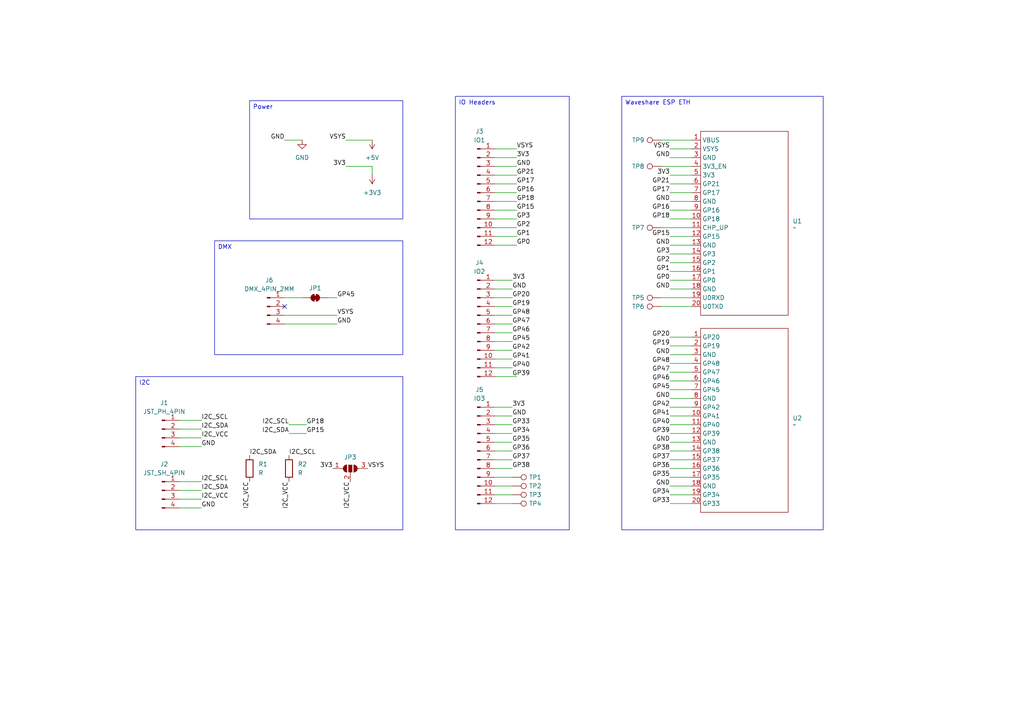
<source format=kicad_sch>
(kicad_sch (version 20231120) (generator "eeschema") (generator_version "8.0")
  (paper "A4")
  (lib_symbols
    (symbol "Connector:Conn_01x04_Pin" (pin_names (offset 1.016) hide)
      (property "Reference" "J" (at 0 5.08 0))
      (property "Value" "Conn_01x04_Pin" (at 0 -7.62 0))
      (symbol "Conn_01x04_Pin_1_1"
        (polyline (pts (xy 1.27 -5.08) (xy 0.8636 -5.08)) (stroke (width 0.1524)))
        (polyline (pts (xy 1.27 -2.54) (xy 0.8636 -2.54)) (stroke (width 0.1524)))
        (polyline (pts (xy 1.27 0) (xy 0.8636 0)) (stroke (width 0.1524)))
        (polyline (pts (xy 1.27 2.54) (xy 0.8636 2.54)) (stroke (width 0.1524)))
        (rectangle (start 0.8636 -4.953) (end 0 -5.207) (stroke (width 0.1524)) (fill (type outline)))
        (rectangle (start 0.8636 -2.413) (end 0 -2.667) (stroke (width 0.1524)) (fill (type outline)))
        (rectangle (start 0.8636 0.127) (end 0 -0.127) (stroke (width 0.1524)) (fill (type outline)))
        (rectangle (start 0.8636 2.667) (end 0 2.413) (stroke (width 0.1524)) (fill (type outline)))
        (pin passive line (at 5.08 2.54 180) (length 3.81) (name "Pin_1") (number "1"))
        (pin passive line (at 5.08 0 180) (length 3.81) (name "Pin_2") (number "2"))
        (pin passive line (at 5.08 -2.54 180) (length 3.81) (name "Pin_3") (number "3"))
        (pin passive line (at 5.08 -5.08 180) (length 3.81) (name "Pin_4") (number "4"))
      )
    )
    (symbol "Connector:Conn_01x12_Pin" (pin_names (offset 1.016) hide)
      (property "Reference" "J" (at 0 15.24 0))
      (property "Value" "Conn_01x12_Pin" (at 0 -17.78 0))
      (symbol "Conn_01x12_Pin_1_1"
        (polyline (pts (xy 1.27 -15.24) (xy 0.8636 -15.24)) (stroke (width 0.1524)))
        (polyline (pts (xy 1.27 -12.7) (xy 0.8636 -12.7)) (stroke (width 0.1524)))
        (polyline (pts (xy 1.27 -10.16) (xy 0.8636 -10.16)) (stroke (width 0.1524)))
        (polyline (pts (xy 1.27 -7.62) (xy 0.8636 -7.62)) (stroke (width 0.1524)))
        (polyline (pts (xy 1.27 -5.08) (xy 0.8636 -5.08)) (stroke (width 0.1524)))
        (polyline (pts (xy 1.27 -2.54) (xy 0.8636 -2.54)) (stroke (width 0.1524)))
        (polyline (pts (xy 1.27 0) (xy 0.8636 0)) (stroke (width 0.1524)))
        (polyline (pts (xy 1.27 2.54) (xy 0.8636 2.54)) (stroke (width 0.1524)))
        (polyline (pts (xy 1.27 5.08) (xy 0.8636 5.08)) (stroke (width 0.1524)))
        (polyline (pts (xy 1.27 7.62) (xy 0.8636 7.62)) (stroke (width 0.1524)))
        (polyline (pts (xy 1.27 10.16) (xy 0.8636 10.16)) (stroke (width 0.1524)))
        (polyline (pts (xy 1.27 12.7) (xy 0.8636 12.7)) (stroke (width 0.1524)))
        (rectangle (start 0.8636 -15.113) (end 0 -15.367) (stroke (width 0.1524)) (fill (type outline)))
        (rectangle (start 0.8636 -12.573) (end 0 -12.827) (stroke (width 0.1524)) (fill (type outline)))
        (rectangle (start 0.8636 -10.033) (end 0 -10.287) (stroke (width 0.1524)) (fill (type outline)))
        (rectangle (start 0.8636 -7.493) (end 0 -7.747) (stroke (width 0.1524)) (fill (type outline)))
        (rectangle (start 0.8636 -4.953) (end 0 -5.207) (stroke (width 0.1524)) (fill (type outline)))
        (rectangle (start 0.8636 -2.413) (end 0 -2.667) (stroke (width 0.1524)) (fill (type outline)))
        (rectangle (start 0.8636 0.127) (end 0 -0.127) (stroke (width 0.1524)) (fill (type outline)))
        (rectangle (start 0.8636 2.667) (end 0 2.413) (stroke (width 0.1524)) (fill (type outline)))
        (rectangle (start 0.8636 5.207) (end 0 4.953) (stroke (width 0.1524)) (fill (type outline)))
        (rectangle (start 0.8636 7.747) (end 0 7.493) (stroke (width 0.1524)) (fill (type outline)))
        (rectangle (start 0.8636 10.287) (end 0 10.033) (stroke (width 0.1524)) (fill (type outline)))
        (rectangle (start 0.8636 12.827) (end 0 12.573) (stroke (width 0.1524)) (fill (type outline)))
        (pin passive line (at 5.08 12.7 180) (length 3.81) (name "Pin_1") (number "1"))
        (pin passive line (at 5.08 -10.16 180) (length 3.81) (name "Pin_10") (number "10"))
        (pin passive line (at 5.08 -12.7 180) (length 3.81) (name "Pin_11") (number "11"))
        (pin passive line (at 5.08 -15.24 180) (length 3.81) (name "Pin_12") (number "12"))
        (pin passive line (at 5.08 10.16 180) (length 3.81) (name "Pin_2") (number "2"))
        (pin passive line (at 5.08 7.62 180) (length 3.81) (name "Pin_3") (number "3"))
        (pin passive line (at 5.08 5.08 180) (length 3.81) (name "Pin_4") (number "4"))
        (pin passive line (at 5.08 2.54 180) (length 3.81) (name "Pin_5") (number "5"))
        (pin passive line (at 5.08 0 180) (length 3.81) (name "Pin_6") (number "6"))
        (pin passive line (at 5.08 -2.54 180) (length 3.81) (name "Pin_7") (number "7"))
        (pin passive line (at 5.08 -5.08 180) (length 3.81) (name "Pin_8") (number "8"))
        (pin passive line (at 5.08 -7.62 180) (length 3.81) (name "Pin_9") (number "9"))
      )
    )
    (symbol "Connector:TestPoint" (pin_numbers hide) (pin_names (offset 0.762) hide)
      (property "Reference" "TP" (at 0 6.858 0))
      (property "Value" "TestPoint" (at 0 5.08 0))
      (symbol "TestPoint_0_1"
        (circle (center 0 3.302) (radius 0.762))
      )
      (symbol "TestPoint_1_1"
        (pin passive line (at 0 0 90) (length 2.54) (name "1") (number "1"))
      )
    )
    (symbol "Device:R" (pin_numbers hide) (pin_names (offset 0))
      (property "Reference" "R" (at 2.032 0 90))
      (property "Value" "R" (at 0 0 90))
      (symbol "R_0_1"
        (rectangle (start -1.016 -2.54) (end 1.016 2.54) (stroke (width 0.254)))
      )
      (symbol "R_1_1"
        (pin passive line (at 0 3.81 270) (length 1.27) (name "~") (number "1"))
        (pin passive line (at 0 -3.81 90) (length 1.27) (name "~") (number "2"))
      )
    )
    (symbol "Jumper:SolderJumper_2_Bridged" (pin_numbers hide) (pin_names (offset 0) hide) (exclude_from_sim yes) (in_bom no)
      (property "Reference" "JP" (at 0 2.032 0))
      (property "Value" "SolderJumper_2_Bridged" (at 0 -2.54 0))
      (symbol "SolderJumper_2_Bridged_0_1"
        (rectangle (start -0.508 0.508) (end 0.508 -0.508) (fill (type outline)))
        (arc (start -0.254 1.016) (mid -1.2656 0) (end -0.254 -1.016))
        (arc (start -0.254 1.016) (mid -1.2656 0) (end -0.254 -1.016) (fill (type outline)))
        (polyline (pts (xy -0.254 1.016) (xy -0.254 -1.016)))
        (polyline (pts (xy 0.254 1.016) (xy 0.254 -1.016)))
        (arc (start 0.254 -1.016) (mid 1.2656 0) (end 0.254 1.016))
        (arc (start 0.254 -1.016) (mid 1.2656 0) (end 0.254 1.016) (fill (type outline)))
      )
      (symbol "SolderJumper_2_Bridged_1_1"
        (pin passive line (at -3.81 0 0) (length 2.54) (name "A") (number "1"))
        (pin passive line (at 3.81 0 180) (length 2.54) (name "B") (number "2"))
      )
    )
    (symbol "Jumper:SolderJumper_3_Open" (pin_names (offset 0) hide) (exclude_from_sim yes) (in_bom no)
      (property "Reference" "JP" (at -2.54 -2.54 0))
      (property "Value" "SolderJumper_3_Open" (at 0 2.794 0))
      (symbol "SolderJumper_3_Open_0_1"
        (arc (start -1.016 1.016) (mid -2.0276 0) (end -1.016 -1.016))
        (arc (start -1.016 1.016) (mid -2.0276 0) (end -1.016 -1.016) (fill (type outline)))
        (rectangle (start -0.508 1.016) (end 0.508 -1.016) (fill (type outline)))
        (polyline (pts (xy -2.54 0) (xy -2.032 0)))
        (polyline (pts (xy -1.016 1.016) (xy -1.016 -1.016)))
        (polyline (pts (xy 0 -1.27) (xy 0 -1.016)))
        (polyline (pts (xy 1.016 1.016) (xy 1.016 -1.016)))
        (polyline (pts (xy 2.54 0) (xy 2.032 0)))
        (arc (start 1.016 -1.016) (mid 2.0276 0) (end 1.016 1.016))
        (arc (start 1.016 -1.016) (mid 2.0276 0) (end 1.016 1.016) (fill (type outline)))
      )
      (symbol "SolderJumper_3_Open_1_1"
        (pin passive line (at -5.08 0 0) (length 2.54) (name "A") (number "1"))
        (pin passive line (at 0 -3.81 90) (length 2.54) (name "C") (number "2"))
        (pin passive line (at 5.08 0 180) (length 2.54) (name "B") (number "3"))
      )
    )
    (symbol "Waveshare:ESP-S3-ETH-H1"
      (property "Reference" "U" (at -17.78 0 0))
      (symbol "ESP-S3-ETH-H1_0_0"
        (pin unspecified line (at -17.78 0 0) (length 2.54) (name "VBUS") (number "1"))
        (pin unspecified line (at -17.78 -22.86 0) (length 2.54) (name "GP18") (number "10"))
        (pin unspecified line (at -17.78 -25.4 0) (length 2.54) (name "CHP_UP") (number "11"))
        (pin unspecified line (at -17.78 -27.94 0) (length 2.54) (name "GP15") (number "12"))
        (pin unspecified line (at -17.78 -30.48 0) (length 2.54) (name "GND") (number "13"))
        (pin unspecified line (at -17.78 -33.02 0) (length 2.54) (name "GP3") (number "14"))
        (pin unspecified line (at -17.78 -35.56 0) (length 2.54) (name "GP2") (number "15"))
        (pin unspecified line (at -17.78 -38.1 0) (length 2.54) (name "GP1") (number "16"))
        (pin unspecified line (at -17.78 -40.64 0) (length 2.54) (name "GP0") (number "17"))
        (pin unspecified line (at -17.78 -43.18 0) (length 2.54) (name "GND") (number "18"))
        (pin unspecified line (at -17.78 -45.72 0) (length 2.54) (name "U0RXD") (number "19"))
        (pin unspecified line (at -17.78 -2.54 0) (length 2.54) (name "VSYS") (number "2"))
        (pin unspecified line (at -17.78 -48.26 0) (length 2.54) (name "U0TXD") (number "20"))
        (pin unspecified line (at -17.78 -5.08 0) (length 2.54) (name "GND") (number "3"))
        (pin unspecified line (at -17.78 -7.62 0) (length 2.54) (name "3V3_EN") (number "4"))
        (pin unspecified line (at -17.78 -10.16 0) (length 2.54) (name "3V3") (number "5"))
        (pin unspecified line (at -17.78 -12.7 0) (length 2.54) (name "GP21") (number "6"))
        (pin unspecified line (at -17.78 -15.24 0) (length 2.54) (name "GP17") (number "7"))
        (pin unspecified line (at -17.78 -17.78 0) (length 2.54) (name "GND") (number "8"))
        (pin unspecified line (at -17.78 -20.32 0) (length 2.54) (name "GP16") (number "9"))
      )
      (symbol "ESP-S3-ETH-H1_0_1"
        (rectangle (start -15.24 2.54) (end 10.16 -50.8))
      )
    )
    (symbol "Waveshare:ESP-S3-ETH-H2"
      (property "Reference" "U" (at -17.78 0 0))
      (symbol "ESP-S3-ETH-H2_0_0"
        (pin unspecified line (at -17.78 0 0) (length 2.54) (name "GP20") (number "1"))
        (pin unspecified line (at -17.78 -22.86 0) (length 2.54) (name "GP41") (number "10"))
        (pin unspecified line (at -17.78 -25.4 0) (length 2.54) (name "GP40") (number "11"))
        (pin unspecified line (at -17.78 -27.94 0) (length 2.54) (name "GP39") (number "12"))
        (pin unspecified line (at -17.78 -30.48 0) (length 2.54) (name "GND") (number "13"))
        (pin unspecified line (at -17.78 -33.02 0) (length 2.54) (name "GP38") (number "14"))
        (pin unspecified line (at -17.78 -35.56 0) (length 2.54) (name "GP37") (number "15"))
        (pin unspecified line (at -17.78 -38.1 0) (length 2.54) (name "GP36") (number "16"))
        (pin unspecified line (at -17.78 -40.64 0) (length 2.54) (name "GP35") (number "17"))
        (pin unspecified line (at -17.78 -43.18 0) (length 2.54) (name "GND") (number "18"))
        (pin unspecified line (at -17.78 -45.72 0) (length 2.54) (name "GP34") (number "19"))
        (pin unspecified line (at -17.78 -2.54 0) (length 2.54) (name "GP19") (number "2"))
        (pin unspecified line (at -17.78 -48.26 0) (length 2.54) (name "GP33") (number "20"))
        (pin unspecified line (at -17.78 -5.08 0) (length 2.54) (name "GND") (number "3"))
        (pin unspecified line (at -17.78 -7.62 0) (length 2.54) (name "GP48") (number "4"))
        (pin unspecified line (at -17.78 -10.16 0) (length 2.54) (name "GP47") (number "5"))
        (pin unspecified line (at -17.78 -12.7 0) (length 2.54) (name "GP46") (number "6"))
        (pin unspecified line (at -17.78 -15.24 0) (length 2.54) (name "GP45") (number "7"))
        (pin unspecified line (at -17.78 -17.78 0) (length 2.54) (name "GND") (number "8"))
        (pin unspecified line (at -17.78 -20.32 0) (length 2.54) (name "GP42") (number "9"))
      )
      (symbol "ESP-S3-ETH-H2_0_1"
        (rectangle (start -15.24 2.54) (end 10.16 -50.8))
      )
    )
    (symbol "power:+3V3" (power) (pin_numbers hide) (pin_names (offset 0) hide)
      (property "Value" "+3V3" (at 0 3.556 0))
      (symbol "+3V3_0_1"
        (polyline (pts (xy -0.762 1.27) (xy 0 2.54)))
        (polyline (pts (xy 0 0) (xy 0 2.54)))
        (polyline (pts (xy 0 2.54) (xy 0.762 1.27)))
      )
      (symbol "+3V3_1_1"
        (pin power_in line (at 0 0 90) (length 0) (name "~") (number "1"))
      )
    )
    (symbol "power:+5V" (power) (pin_numbers hide) (pin_names (offset 0) hide)
      (property "Value" "+5V" (at 0 3.556 0))
      (symbol "+5V_0_1"
        (polyline (pts (xy -0.762 1.27) (xy 0 2.54)))
        (polyline (pts (xy 0 0) (xy 0 2.54)))
        (polyline (pts (xy 0 2.54) (xy 0.762 1.27)))
      )
      (symbol "+5V_1_1"
        (pin power_in line (at 0 0 90) (length 0) (name "~") (number "1"))
      )
    )
    (symbol "power:GND" (power) (pin_numbers hide) (pin_names (offset 0) hide)
      (property "Value" "GND" (at 0 -3.81 0))
      (symbol "GND_0_1"
        (polyline (pts (xy 0 0) (xy 0 -1.27) (xy 1.27 -1.27) (xy 0 -2.54) (xy -1.27 -1.27) (xy 0 -1.27)))
      )
      (symbol "GND_1_1"
        (pin power_in line (at 0 0 270) (length 0) (name "~") (number "1"))
      )
    )
  )
  (no_connect (at 82.55 88.9))
  (wire (pts (xy 191.77 48.26) (xy 200.66 48.26)))
  (wire (pts (xy 83.82 123.19) (xy 88.9 123.19)))
  (wire (pts (xy 194.31 125.73) (xy 200.66 125.73)))
  (wire (pts (xy 143.51 43.18) (xy 149.86 43.18)))
  (wire (pts (xy 82.55 93.98) (xy 97.79 93.98)))
  (wire (pts (xy 52.07 147.32) (xy 58.42 147.32)))
  (wire (pts (xy 194.31 135.89) (xy 200.66 135.89)))
  (wire (pts (xy 82.55 40.64) (xy 87.63 40.64)))
  (wire (pts (xy 143.51 99.06) (xy 148.59 99.06)))
  (wire (pts (xy 52.07 129.54) (xy 58.42 129.54)))
  (wire (pts (xy 191.77 88.9) (xy 200.66 88.9)))
  (wire (pts (xy 194.31 105.41) (xy 200.66 105.41)))
  (wire (pts (xy 194.31 55.88) (xy 200.66 55.88)))
  (wire (pts (xy 143.51 60.96) (xy 149.86 60.96)))
  (wire (pts (xy 52.07 127) (xy 58.42 127)))
  (wire (pts (xy 194.31 107.95) (xy 200.66 107.95)))
  (wire (pts (xy 143.51 125.73) (xy 148.59 125.73)))
  (wire (pts (xy 194.31 53.34) (xy 200.66 53.34)))
  (wire (pts (xy 143.51 118.11) (xy 148.59 118.11)))
  (wire (pts (xy 95.25 86.36) (xy 97.79 86.36)))
  (wire (pts (xy 143.51 128.27) (xy 148.59 128.27)))
  (wire (pts (xy 194.31 123.19) (xy 200.66 123.19)))
  (wire (pts (xy 143.51 146.05) (xy 148.59 146.05)))
  (wire (pts (xy 194.31 143.51) (xy 200.66 143.51)))
  (wire (pts (xy 143.51 48.26) (xy 149.86 48.26)))
  (wire (pts (xy 143.51 81.28) (xy 148.59 81.28)))
  (wire (pts (xy 52.07 121.92) (xy 58.42 121.92)))
  (wire (pts (xy 194.31 133.35) (xy 200.66 133.35)))
  (wire (pts (xy 194.31 113.03) (xy 200.66 113.03)))
  (wire (pts (xy 143.51 93.98) (xy 148.59 93.98)))
  (wire (pts (xy 194.31 146.05) (xy 200.66 146.05)))
  (wire (pts (xy 194.31 128.27) (xy 200.66 128.27)))
  (wire (pts (xy 194.31 45.72) (xy 200.66 45.72)))
  (wire (pts (xy 143.51 88.9) (xy 148.59 88.9)))
  (wire (pts (xy 143.51 106.68) (xy 148.59 106.68)))
  (wire (pts (xy 52.07 139.7) (xy 58.42 139.7)))
  (wire (pts (xy 194.31 78.74) (xy 200.66 78.74)))
  (wire (pts (xy 194.31 60.96) (xy 200.66 60.96)))
  (wire (pts (xy 143.51 143.51) (xy 148.59 143.51)))
  (wire (pts (xy 194.31 43.18) (xy 200.66 43.18)))
  (wire (pts (xy 143.51 83.82) (xy 148.59 83.82)))
  (wire (pts (xy 52.07 142.24) (xy 58.42 142.24)))
  (wire (pts (xy 143.51 50.8) (xy 149.86 50.8)))
  (wire (pts (xy 194.31 58.42) (xy 200.66 58.42)))
  (wire (pts (xy 143.51 66.04) (xy 149.86 66.04)))
  (wire (pts (xy 194.31 71.12) (xy 200.66 71.12)))
  (wire (pts (xy 82.55 86.36) (xy 87.63 86.36)))
  (wire (pts (xy 194.31 100.33) (xy 200.66 100.33)))
  (wire (pts (xy 194.31 68.58) (xy 200.66 68.58)))
  (wire (pts (xy 194.31 102.87) (xy 200.66 102.87)))
  (wire (pts (xy 100.33 40.64) (xy 107.95 40.64)))
  (wire (pts (xy 143.51 58.42) (xy 149.86 58.42)))
  (wire (pts (xy 143.51 101.6) (xy 148.59 101.6)))
  (wire (pts (xy 194.31 76.2) (xy 200.66 76.2)))
  (wire (pts (xy 143.51 86.36) (xy 148.59 86.36)))
  (wire (pts (xy 143.51 45.72) (xy 149.86 45.72)))
  (wire (pts (xy 143.51 109.22) (xy 149.86 109.22)))
  (wire (pts (xy 194.31 83.82) (xy 200.66 83.82)))
  (wire (pts (xy 194.31 130.81) (xy 200.66 130.81)))
  (wire (pts (xy 194.31 118.11) (xy 200.66 118.11)))
  (wire (pts (xy 143.51 96.52) (xy 148.59 96.52)))
  (wire (pts (xy 143.51 133.35) (xy 148.59 133.35)))
  (wire (pts (xy 191.77 86.36) (xy 200.66 86.36)))
  (wire (pts (xy 143.51 140.97) (xy 148.59 140.97)))
  (wire (pts (xy 143.51 91.44) (xy 148.59 91.44)))
  (wire (pts (xy 52.07 124.46) (xy 58.42 124.46)))
  (wire (pts (xy 143.51 68.58) (xy 149.86 68.58)))
  (wire (pts (xy 194.31 73.66) (xy 200.66 73.66)))
  (wire (pts (xy 194.31 97.79) (xy 200.66 97.79)))
  (wire (pts (xy 143.51 55.88) (xy 149.86 55.88)))
  (wire (pts (xy 52.07 144.78) (xy 58.42 144.78)))
  (wire (pts (xy 143.51 130.81) (xy 148.59 130.81)))
  (wire (pts (xy 194.31 115.57) (xy 200.66 115.57)))
  (wire (pts (xy 194.31 110.49) (xy 200.66 110.49)))
  (wire (pts (xy 100.33 48.26) (xy 107.95 48.26)))
  (wire (pts (xy 83.82 125.73) (xy 88.9 125.73)))
  (wire (pts (xy 143.51 71.12) (xy 149.86 71.12)))
  (wire (pts (xy 194.31 50.8) (xy 200.66 50.8)))
  (wire (pts (xy 194.31 63.5) (xy 200.66 63.5)))
  (wire (pts (xy 82.55 91.44) (xy 97.79 91.44)))
  (wire (pts (xy 143.51 120.65) (xy 148.59 120.65)))
  (wire (pts (xy 191.77 40.64) (xy 200.66 40.64)))
  (wire (pts (xy 191.77 66.04) (xy 200.66 66.04)))
  (wire (pts (xy 194.31 81.28) (xy 200.66 81.28)))
  (wire (pts (xy 194.31 120.65) (xy 200.66 120.65)))
  (wire (pts (xy 107.95 48.26) (xy 107.95 50.8)))
  (wire (pts (xy 194.31 138.43) (xy 200.66 138.43)))
  (wire (pts (xy 143.51 135.89) (xy 148.59 135.89)))
  (wire (pts (xy 143.51 53.34) (xy 149.86 53.34)))
  (wire (pts (xy 143.51 123.19) (xy 148.59 123.19)))
  (wire (pts (xy 143.51 63.5) (xy 149.86 63.5)))
  (wire (pts (xy 143.51 138.43) (xy 148.59 138.43)))
  (wire (pts (xy 143.51 104.14) (xy 148.59 104.14)))
  (wire (pts (xy 194.31 140.97) (xy 200.66 140.97)))
  (text_box "Waveshare ESP ETH" (at 180.34 27.94 0) (size 58.42 125.73) (effects (font (size 1.27 1.27)) (justify left top)))
  (text_box "I2C" (at 39.37 109.22 0) (size 77.47 44.45) (effects (font (size 1.27 1.27)) (justify left top)))
  (text_box "DMX\n" (at 62.23 69.85 0) (size 54.61 33.02) (effects (font (size 1.27 1.27)) (justify left top)))
  (text_box "IO Headers" (at 132.08 27.94 0) (size 33.02 125.73) (effects (font (size 1.27 1.27)) (justify left top)))
  (text_box "Power" (at 72.39 29.21 0) (size 44.45 34.29) (effects (font (size 1.27 1.27)) (justify left top)))
  (label "GP21" (at 149.86 50.8 0))
  (label "GND" (at 58.42 147.32 0))
  (label "GP18" (at 149.86 58.42 0))
  (label "GP0" (at 149.86 71.12 0))
  (label "VSYS" (at 100.33 40.64 180))
  (label "GND" (at 148.59 120.65 0))
  (label "GP35" (at 194.31 138.43 180))
  (label "GP47" (at 194.31 107.95 180))
  (label "I2C_VCC" (at 58.42 144.78 0))
  (label "GND" (at 148.59 83.82 0))
  (label "GND" (at 194.31 45.72 180))
  (label "GP36" (at 148.59 130.81 0))
  (label "GP41" (at 148.59 104.14 0))
  (label "GP45" (at 194.31 113.03 180))
  (label "GP34" (at 194.31 143.51 180))
  (label "GP38" (at 194.31 130.81 180))
  (label "GP15" (at 88.9 125.73 0))
  (label "GP21" (at 194.31 53.34 180))
  (label "I2C_VCC" (at 101.6 139.7 270))
  (label "GND" (at 194.31 58.42 180))
  (label "GP16" (at 149.86 55.88 0))
  (label "I2C_SDA" (at 83.82 125.73 180))
  (label "GND" (at 194.31 83.82 180))
  (label "GP48" (at 148.59 91.44 0))
  (label "3V3" (at 194.31 50.8 180))
  (label "GP39" (at 194.31 125.73 180))
  (label "GP42" (at 148.59 101.6 0))
  (label "GP40" (at 194.31 123.19 180))
  (label "GND" (at 82.55 40.64 180))
  (label "GP3" (at 149.86 63.5 0))
  (label "GP1" (at 194.31 78.74 180))
  (label "GP16" (at 194.31 60.96 180))
  (label "GP46" (at 148.59 96.52 0))
  (label "I2C_SCL" (at 83.82 123.19 180))
  (label "I2C_SDA" (at 58.42 124.46 0))
  (label "GND" (at 194.31 71.12 180))
  (label "GP37" (at 148.59 133.35 0))
  (label "GP1" (at 149.86 68.58 0))
  (label "GP20" (at 194.31 97.79 180))
  (label "GP37" (at 194.31 133.35 180))
  (label "GP0" (at 194.31 81.28 180))
  (label "3V3" (at 149.86 45.72 0))
  (label "GP15" (at 149.86 60.96 0))
  (label "3V3" (at 148.59 81.28 0))
  (label "GP19" (at 148.59 88.9 0))
  (label "GND" (at 149.86 48.26 0))
  (label "VSYS" (at 149.86 43.18 0))
  (label "GP2" (at 194.31 76.2 180))
  (label "GP45" (at 148.59 99.06 0))
  (label "I2C_VCC" (at 72.39 139.7 270))
  (label "I2C_SCL" (at 83.82 132.08 0))
  (label "I2C_VCC" (at 83.82 139.7 270))
  (label "I2C_SCL" (at 58.42 139.7 0))
  (label "GP17" (at 194.31 55.88 180))
  (label "GP19" (at 194.31 100.33 180))
  (label "GP35" (at 148.59 128.27 0))
  (label "GND" (at 194.31 140.97 180))
  (label "GND" (at 194.31 115.57 180))
  (label "GP20" (at 148.59 86.36 0))
  (label "I2C_SCL" (at 58.42 121.92 0))
  (label "GP34" (at 148.59 125.73 0))
  (label "I2C_VCC" (at 58.42 127 0))
  (label "GP39" (at 148.59 109.22 0))
  (label "GP15" (at 194.31 68.58 180))
  (label "VSYS" (at 194.31 43.18 180))
  (label "GND" (at 194.31 128.27 180))
  (label "GP18" (at 88.9 123.19 0))
  (label "GP18" (at 194.31 63.5 180))
  (label "GP48" (at 194.31 105.41 180))
  (label "GND" (at 58.42 129.54 0))
  (label "GP33" (at 148.59 123.19 0))
  (label "3V3" (at 148.59 118.11 0))
  (label "GP2" (at 149.86 66.04 0))
  (label "GP33" (at 194.31 146.05 180))
  (label "GP41" (at 194.31 120.65 180))
  (label "GP36" (at 194.31 135.89 180))
  (label "I2C_SDA" (at 58.42 142.24 0))
  (label "3V3" (at 100.33 48.26 180))
  (label "GP3" (at 194.31 73.66 180))
  (label "GP17" (at 149.86 53.34 0))
  (label "VSYS" (at 106.68 135.89 0))
  (label "GP45" (at 97.79 86.36 0))
  (label "GP40" (at 148.59 106.68 0))
  (label "GP38" (at 148.59 135.89 0))
  (label "GP47" (at 148.59 93.98 0))
  (label "3V3" (at 96.52 135.89 180))
  (label "GND" (at 194.31 102.87 180))
  (label "I2C_SDA" (at 72.39 132.08 0))
  (label "GP42" (at 194.31 118.11 180))
  (label "GND" (at 97.79 93.98 0))
  (label "VSYS" (at 97.79 91.44 0))
  (label "GP46" (at 194.31 110.49 180))
  (symbol (lib_id "Connector:TestPoint") (at 191.77 48.26 90) (unit 1)
    (property "Reference" "TP8" (at 186.944 48.26 90) (effects (justify left)))
    (property "Value" "TestPoint" (effects (hide yes)))
    (property "Footprint" "TestPoint:TestPoint_THTPad_D2.0mm_Drill1.0mm" (effects (hide yes)))
    (property "Description" "test point" (effects (hide yes)))
  )
  (symbol (lib_id "Connector:TestPoint") (at 148.59 140.97 270) (unit 1)
    (property "Reference" "TP2" (at 153.416 140.97 90) (effects (justify left)))
    (property "Value" "TestPoint" (effects (hide yes)))
    (property "Footprint" "TestPoint:TestPoint_THTPad_D2.0mm_Drill1.0mm" (effects (hide yes)))
    (property "Description" "test point" (effects (hide yes)))
  )
  (symbol (lib_id "Waveshare:ESP-S3-ETH-H1") (at 218.44 40.64 0) (unit 1)
    (property "Reference" "U1" (at 229.87 64.1349 0) (effects (justify left)))
    (property "Value" "~" (at 229.87 66.04 0) (effects (justify left)))
    (property "Footprint" "Connector_PinSocket_2.54mm:PinSocket_1x20_P2.54mm_Vertical" (effects (hide yes)))
  )
  (symbol (lib_id "Connector:Conn_01x04_Pin") (at 46.99 124.46 0) (unit 1)
    (property "Reference" "J1" (at 47.625 116.84 0))
    (property "Value" "JST_PH_4PIN" (at 47.625 119.38 0))
    (property "Footprint" "Connector_JST:JST_PH_B4B-PH-K_1x04_P2.00mm_Vertical" (effects (hide yes)))
    (property "Description" "Generic connector, single row, 01x04, script generated" (effects (hide yes)))
  )
  (symbol (lib_id "power:GND") (at 87.63 40.64 0) (unit 1)
    (property "Reference" "#PWR01" (effects (hide yes)))
    (property "Value" "GND" (at 87.63 45.72 0))
    (property "Description" "Power symbol creates a global label with name \"GND\" , ground" (effects (hide yes)))
  )
  (symbol (lib_id "power:+3V3") (at 107.95 50.8 180) (unit 1)
    (property "Reference" "#PWR03" (effects (hide yes)))
    (property "Value" "+3V3" (at 107.95 55.88 0))
    (property "Description" "Power symbol creates a global label with name \"+3V3\"" (effects (hide yes)))
  )
  (symbol (lib_id "Connector:Conn_01x12_Pin") (at 138.43 55.88 0) (unit 1)
    (property "Reference" "J3" (at 139.065 38.1 0))
    (property "Value" "IO1" (at 139.065 40.64 0))
    (property "Footprint" "Connector_PinHeader_2.54mm:PinHeader_1x12_P2.54mm_Vertical" (effects (hide yes)))
    (property "Description" "Generic connector, single row, 01x12, script generated" (effects (hide yes)))
  )
  (symbol (lib_id "Jumper:SolderJumper_3_Open") (at 101.6 135.89 0) (unit 1) (exclude_from_sim yes) (in_bom no)
    (property "Reference" "JP3" (at 101.6 132.588 0))
    (property "Value" "SolderJumper_3_Open" (effects (hide yes)))
    (property "Footprint" "Jumper:SolderJumper-3_P1.3mm_Open_RoundedPad1.0x1.5mm" (effects (hide yes)))
    (property "Description" "Solder Jumper, 3-pole, open" (effects (hide yes)))
  )
  (symbol (lib_id "Connector:TestPoint") (at 191.77 66.04 90) (unit 1)
    (property "Reference" "TP7" (at 186.944 66.04 90) (effects (justify left)))
    (property "Value" "TestPoint" (effects (hide yes)))
    (property "Footprint" "TestPoint:TestPoint_THTPad_D2.0mm_Drill1.0mm" (effects (hide yes)))
    (property "Description" "test point" (effects (hide yes)))
  )
  (symbol (lib_id "Device:R") (at 83.82 135.89 0) (unit 1)
    (property "Reference" "R2" (at 86.36 134.6199 0) (effects (justify left)))
    (property "Value" "R" (at 86.36 137.1599 0) (effects (justify left)))
    (property "Footprint" "Resistor_THT:R_Axial_DIN0207_L6.3mm_D2.5mm_P10.16mm_Horizontal" (effects (hide yes)))
    (property "Description" "Resistor" (effects (hide yes)))
  )
  (symbol (lib_id "Connector:Conn_01x04_Pin") (at 46.99 142.24 0) (unit 1)
    (property "Reference" "J2" (at 47.625 134.62 0))
    (property "Value" "JST_SH_4PIN" (at 47.625 137.16 0))
    (property "Footprint" "Connector_JST:JST_SH_BM04B-SRSS-TB_1x04-1MP_P1.00mm_Vertical" (effects (hide yes)))
    (property "Description" "Generic connector, single row, 01x04, script generated" (effects (hide yes)))
  )
  (symbol (lib_id "Device:R") (at 72.39 135.89 0) (unit 1)
    (property "Reference" "R1" (at 74.93 134.6199 0) (effects (justify left)))
    (property "Value" "R" (at 74.93 137.1599 0) (effects (justify left)))
    (property "Footprint" "Resistor_THT:R_Axial_DIN0207_L6.3mm_D2.5mm_P10.16mm_Horizontal" (effects (hide yes)))
    (property "Description" "Resistor" (effects (hide yes)))
  )
  (symbol (lib_id "Jumper:SolderJumper_2_Bridged") (at 91.44 86.36 0) (unit 1) (exclude_from_sim yes) (in_bom no)
    (property "Reference" "JP1" (at 91.44 83.566 0))
    (property "Value" "SolderJumper_2_Bridged" (effects (hide yes)))
    (property "Footprint" "Jumper:SolderJumper-2_P1.3mm_Bridged_RoundedPad1.0x1.5mm" (effects (hide yes)))
    (property "Description" "Solder Jumper, 2-pole, closed/bridged" (effects (hide yes)))
  )
  (symbol (lib_id "Connector:Conn_01x12_Pin") (at 138.43 130.81 0) (unit 1)
    (property "Reference" "J5" (at 139.065 113.03 0))
    (property "Value" "IO3" (at 139.065 115.57 0))
    (property "Footprint" "Connector_PinHeader_2.54mm:PinHeader_1x12_P2.54mm_Vertical" (effects (hide yes)))
    (property "Description" "Generic connector, single row, 01x12, script generated" (effects (hide yes)))
  )
  (symbol (lib_id "Connector:TestPoint") (at 148.59 138.43 270) (unit 1)
    (property "Reference" "TP1" (at 153.416 138.43 90) (effects (justify left)))
    (property "Value" "TestPoint" (effects (hide yes)))
    (property "Footprint" "TestPoint:TestPoint_THTPad_D2.0mm_Drill1.0mm" (effects (hide yes)))
    (property "Description" "test point" (effects (hide yes)))
  )
  (symbol (lib_id "Waveshare:ESP-S3-ETH-H2") (at 218.44 97.79 0) (unit 1)
    (property "Reference" "U2" (at 229.87 121.2849 0) (effects (justify left)))
    (property "Value" "~" (at 229.87 123.19 0) (effects (justify left)))
    (property "Footprint" "Connector_PinSocket_2.54mm:PinSocket_1x20_P2.54mm_Vertical" (effects (hide yes)))
  )
  (symbol (lib_id "Connector:Conn_01x12_Pin") (at 138.43 93.98 0) (unit 1)
    (property "Reference" "J4" (at 139.065 76.2 0))
    (property "Value" "IO2" (at 139.065 78.74 0))
    (property "Footprint" "Connector_PinHeader_2.54mm:PinHeader_1x12_P2.54mm_Vertical" (effects (hide yes)))
    (property "Description" "Generic connector, single row, 01x12, script generated" (effects (hide yes)))
  )
  (symbol (lib_id "Connector:TestPoint") (at 191.77 86.36 90) (unit 1)
    (property "Reference" "TP5" (at 186.944 86.36 90) (effects (justify left)))
    (property "Value" "TestPoint" (effects (hide yes)))
    (property "Footprint" "TestPoint:TestPoint_THTPad_D2.0mm_Drill1.0mm" (effects (hide yes)))
    (property "Description" "test point" (effects (hide yes)))
  )
  (symbol (lib_id "Connector:TestPoint") (at 148.59 146.05 270) (unit 1)
    (property "Reference" "TP4" (at 153.416 146.05 90) (effects (justify left)))
    (property "Value" "TestPoint" (effects (hide yes)))
    (property "Footprint" "TestPoint:TestPoint_THTPad_D2.0mm_Drill1.0mm" (effects (hide yes)))
    (property "Description" "test point" (effects (hide yes)))
  )
  (symbol (lib_id "Connector:TestPoint") (at 191.77 40.64 90) (unit 1)
    (property "Reference" "TP9" (at 186.944 40.64 90) (effects (justify left)))
    (property "Value" "TestPoint" (effects (hide yes)))
    (property "Footprint" "TestPoint:TestPoint_THTPad_D2.0mm_Drill1.0mm" (effects (hide yes)))
    (property "Description" "test point" (effects (hide yes)))
  )
  (symbol (lib_id "Connector:Conn_01x04_Pin") (at 77.47 88.9 0) (unit 1)
    (property "Reference" "J6" (at 78.105 81.28 0))
    (property "Value" "DMX_4PIN_2MM" (at 78.105 83.82 0))
    (property "Footprint" "Connector_PinHeader_2.00mm:PinHeader_1x04_P2.00mm_Vertical" (effects (hide yes)))
    (property "Description" "Generic connector, single row, 01x04, script generated" (effects (hide yes)))
  )
  (symbol (lib_id "power:+5V") (at 107.95 40.64 180) (unit 1)
    (property "Reference" "#PWR02" (effects (hide yes)))
    (property "Value" "+5V" (at 107.95 45.72 0))
    (property "Description" "Power symbol creates a global label with name \"+5V\"" (effects (hide yes)))
  )
  (symbol (lib_id "Connector:TestPoint") (at 148.59 143.51 270) (unit 1)
    (property "Reference" "TP3" (at 153.416 143.51 90) (effects (justify left)))
    (property "Value" "TestPoint" (effects (hide yes)))
    (property "Footprint" "TestPoint:TestPoint_THTPad_D2.0mm_Drill1.0mm" (effects (hide yes)))
    (property "Description" "test point" (effects (hide yes)))
  )
  (symbol (lib_id "Connector:TestPoint") (at 191.77 88.9 90) (unit 1)
    (property "Reference" "TP6" (at 186.944 88.9 90) (effects (justify left)))
    (property "Value" "TestPoint" (effects (hide yes)))
    (property "Footprint" "TestPoint:TestPoint_THTPad_D2.0mm_Drill1.0mm" (effects (hide yes)))
    (property "Description" "test point" (effects (hide yes)))
  )
)
</source>
